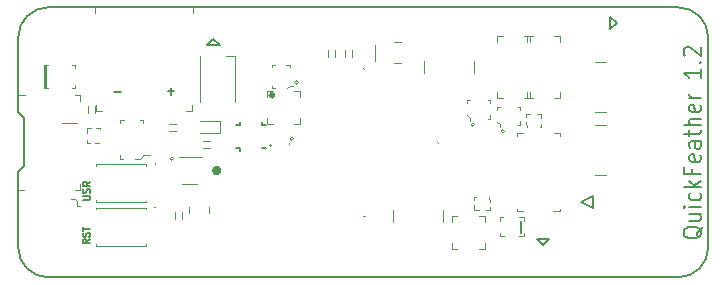
<source format=gbr>
G04 #@! TF.GenerationSoftware,KiCad,Pcbnew,5.1.5+dfsg1-2~bpo10+1*
G04 #@! TF.CreationDate,2020-05-12T19:04:25+02:00*
G04 #@! TF.ProjectId,quickfeather-board,71756963-6b66-4656-9174-6865722d626f,rev?*
G04 #@! TF.SameCoordinates,Original*
G04 #@! TF.FileFunction,Legend,Top*
G04 #@! TF.FilePolarity,Positive*
%FSLAX46Y46*%
G04 Gerber Fmt 4.6, Leading zero omitted, Abs format (unit mm)*
G04 Created by KiCad (PCBNEW 5.1.5+dfsg1-2~bpo10+1) date 2020-05-12 19:04:25*
%MOMM*%
%LPD*%
G04 APERTURE LIST*
%ADD10C,0.200000*%
%ADD11C,0.150000*%
%ADD12C,0.400000*%
%ADD13C,0.100000*%
%ADD14C,0.127000*%
%ADD15C,0.120000*%
G04 APERTURE END LIST*
D10*
X181081728Y-112153600D02*
X181010300Y-112277409D01*
X180867442Y-112401219D01*
X180653157Y-112586933D01*
X180581728Y-112710742D01*
X180581728Y-112834552D01*
X180938871Y-112772647D02*
X180867442Y-112896457D01*
X180724585Y-113020266D01*
X180438871Y-113082171D01*
X179938871Y-113082171D01*
X179653157Y-113020266D01*
X179510300Y-112896457D01*
X179438871Y-112772647D01*
X179438871Y-112525028D01*
X179510300Y-112401219D01*
X179653157Y-112277409D01*
X179938871Y-112215504D01*
X180438871Y-112215504D01*
X180724585Y-112277409D01*
X180867442Y-112401219D01*
X180938871Y-112525028D01*
X180938871Y-112772647D01*
X179938871Y-111101219D02*
X180938871Y-111101219D01*
X179938871Y-111658361D02*
X180724585Y-111658361D01*
X180867442Y-111596457D01*
X180938871Y-111472647D01*
X180938871Y-111286933D01*
X180867442Y-111163123D01*
X180796014Y-111101219D01*
X180938871Y-110482171D02*
X179938871Y-110482171D01*
X179438871Y-110482171D02*
X179510300Y-110544076D01*
X179581728Y-110482171D01*
X179510300Y-110420266D01*
X179438871Y-110482171D01*
X179581728Y-110482171D01*
X180867442Y-109305980D02*
X180938871Y-109429790D01*
X180938871Y-109677409D01*
X180867442Y-109801219D01*
X180796014Y-109863123D01*
X180653157Y-109925028D01*
X180224585Y-109925028D01*
X180081728Y-109863123D01*
X180010300Y-109801219D01*
X179938871Y-109677409D01*
X179938871Y-109429790D01*
X180010300Y-109305980D01*
X180938871Y-108748838D02*
X179438871Y-108748838D01*
X180367442Y-108625028D02*
X180938871Y-108253600D01*
X179938871Y-108253600D02*
X180510300Y-108748838D01*
X180153157Y-107263123D02*
X180153157Y-107696457D01*
X180938871Y-107696457D02*
X179438871Y-107696457D01*
X179438871Y-107077409D01*
X180867442Y-106086933D02*
X180938871Y-106210742D01*
X180938871Y-106458361D01*
X180867442Y-106582171D01*
X180724585Y-106644076D01*
X180153157Y-106644076D01*
X180010300Y-106582171D01*
X179938871Y-106458361D01*
X179938871Y-106210742D01*
X180010300Y-106086933D01*
X180153157Y-106025028D01*
X180296014Y-106025028D01*
X180438871Y-106644076D01*
X180938871Y-104910742D02*
X180153157Y-104910742D01*
X180010300Y-104972647D01*
X179938871Y-105096457D01*
X179938871Y-105344076D01*
X180010300Y-105467885D01*
X180867442Y-104910742D02*
X180938871Y-105034552D01*
X180938871Y-105344076D01*
X180867442Y-105467885D01*
X180724585Y-105529790D01*
X180581728Y-105529790D01*
X180438871Y-105467885D01*
X180367442Y-105344076D01*
X180367442Y-105034552D01*
X180296014Y-104910742D01*
X179938871Y-104477409D02*
X179938871Y-103982171D01*
X179438871Y-104291695D02*
X180724585Y-104291695D01*
X180867442Y-104229790D01*
X180938871Y-104105980D01*
X180938871Y-103982171D01*
X180938871Y-103548838D02*
X179438871Y-103548838D01*
X180938871Y-102991695D02*
X180153157Y-102991695D01*
X180010300Y-103053600D01*
X179938871Y-103177409D01*
X179938871Y-103363123D01*
X180010300Y-103486933D01*
X180081728Y-103548838D01*
X180867442Y-101877409D02*
X180938871Y-102001219D01*
X180938871Y-102248838D01*
X180867442Y-102372647D01*
X180724585Y-102434552D01*
X180153157Y-102434552D01*
X180010300Y-102372647D01*
X179938871Y-102248838D01*
X179938871Y-102001219D01*
X180010300Y-101877409D01*
X180153157Y-101815504D01*
X180296014Y-101815504D01*
X180438871Y-102434552D01*
X180938871Y-101258361D02*
X179938871Y-101258361D01*
X180224585Y-101258361D02*
X180081728Y-101196457D01*
X180010300Y-101134552D01*
X179938871Y-101010742D01*
X179938871Y-100886933D01*
X180938871Y-98782171D02*
X180938871Y-99525028D01*
X180938871Y-99153600D02*
X179438871Y-99153600D01*
X179653157Y-99277409D01*
X179796014Y-99401219D01*
X179867442Y-99525028D01*
X180796014Y-98225028D02*
X180867442Y-98163123D01*
X180938871Y-98225028D01*
X180867442Y-98286933D01*
X180796014Y-98225028D01*
X180938871Y-98225028D01*
X179581728Y-97667885D02*
X179510300Y-97605980D01*
X179438871Y-97482171D01*
X179438871Y-97172647D01*
X179510300Y-97048838D01*
X179581728Y-96986933D01*
X179724585Y-96925028D01*
X179867442Y-96925028D01*
X180081728Y-96986933D01*
X180938871Y-97729790D01*
X180938871Y-96925028D01*
D11*
X131766666Y-100750000D02*
X131233333Y-100750000D01*
X136050000Y-100966666D02*
X136050000Y-100433333D01*
X136316666Y-100700000D02*
X135783333Y-100700000D01*
X129151428Y-113218571D02*
X128865714Y-113418571D01*
X129151428Y-113561428D02*
X128551428Y-113561428D01*
X128551428Y-113332857D01*
X128580000Y-113275714D01*
X128608571Y-113247142D01*
X128665714Y-113218571D01*
X128751428Y-113218571D01*
X128808571Y-113247142D01*
X128837142Y-113275714D01*
X128865714Y-113332857D01*
X128865714Y-113561428D01*
X129122857Y-112990000D02*
X129151428Y-112904285D01*
X129151428Y-112761428D01*
X129122857Y-112704285D01*
X129094285Y-112675714D01*
X129037142Y-112647142D01*
X128980000Y-112647142D01*
X128922857Y-112675714D01*
X128894285Y-112704285D01*
X128865714Y-112761428D01*
X128837142Y-112875714D01*
X128808571Y-112932857D01*
X128780000Y-112961428D01*
X128722857Y-112990000D01*
X128665714Y-112990000D01*
X128608571Y-112961428D01*
X128580000Y-112932857D01*
X128551428Y-112875714D01*
X128551428Y-112732857D01*
X128580000Y-112647142D01*
X128551428Y-112475714D02*
X128551428Y-112132857D01*
X129151428Y-112304285D02*
X128551428Y-112304285D01*
X128571428Y-109887142D02*
X129057142Y-109887142D01*
X129114285Y-109858571D01*
X129142857Y-109830000D01*
X129171428Y-109772857D01*
X129171428Y-109658571D01*
X129142857Y-109601428D01*
X129114285Y-109572857D01*
X129057142Y-109544285D01*
X128571428Y-109544285D01*
X129142857Y-109287142D02*
X129171428Y-109201428D01*
X129171428Y-109058571D01*
X129142857Y-109001428D01*
X129114285Y-108972857D01*
X129057142Y-108944285D01*
X129000000Y-108944285D01*
X128942857Y-108972857D01*
X128914285Y-109001428D01*
X128885714Y-109058571D01*
X128857142Y-109172857D01*
X128828571Y-109230000D01*
X128800000Y-109258571D01*
X128742857Y-109287142D01*
X128685714Y-109287142D01*
X128628571Y-109258571D01*
X128600000Y-109230000D01*
X128571428Y-109172857D01*
X128571428Y-109030000D01*
X128600000Y-108944285D01*
X129171428Y-108344285D02*
X128885714Y-108544285D01*
X129171428Y-108687142D02*
X128571428Y-108687142D01*
X128571428Y-108458571D01*
X128600000Y-108401428D01*
X128628571Y-108372857D01*
X128685714Y-108344285D01*
X128771428Y-108344285D01*
X128828571Y-108372857D01*
X128857142Y-108401428D01*
X128885714Y-108458571D01*
X128885714Y-108687142D01*
X123101100Y-102463600D02*
X123609100Y-102971600D01*
X123609100Y-102971600D02*
X123609100Y-107035600D01*
X123609100Y-107035600D02*
X123101100Y-107543600D01*
X178981100Y-93573600D02*
G75*
G02X181521100Y-96113600I0J-2540000D01*
G01*
X181521100Y-113893600D02*
G75*
G02X178981100Y-116433600I-2540000J0D01*
G01*
X125641100Y-116433600D02*
X178981100Y-116433600D01*
X181521100Y-113893600D02*
X181521100Y-96113600D01*
X178981100Y-93573600D02*
X125641100Y-93573600D01*
X123101100Y-96113600D02*
G75*
G02X125641100Y-93573600I2540000J0D01*
G01*
X123101100Y-96113600D02*
X123101100Y-102463600D01*
X123101100Y-107543600D02*
X123101100Y-113893600D01*
X125641100Y-116433600D02*
G75*
G02X123101100Y-113893600I0J2540000D01*
G01*
D12*
X144680000Y-101007000D02*
G75*
G03X144680000Y-101007000I-100000J0D01*
G01*
D10*
X171732000Y-109575600D02*
X170716000Y-110083600D01*
X171732000Y-110591600D02*
X171732000Y-109575600D01*
X170716000Y-110083600D02*
X171732000Y-110591600D01*
D13*
X165360000Y-104243600D02*
X165860000Y-104243600D01*
X165360000Y-104443600D02*
X165360000Y-104243600D01*
X168960000Y-104243600D02*
X168460000Y-104243600D01*
X168960000Y-104443600D02*
X168960000Y-104243600D01*
X168960000Y-110843600D02*
X168360000Y-110843600D01*
X168960000Y-110643600D02*
X168960000Y-110843600D01*
X165360000Y-110643600D02*
X165360000Y-110843600D01*
X165360000Y-110843600D02*
X165860000Y-110843600D01*
D14*
X134712250Y-110513200D02*
G75*
G03X134712250Y-110513200I-15650J0D01*
G01*
D15*
X133930000Y-110550000D02*
X133930000Y-110670000D01*
X133930000Y-113750000D02*
X133930000Y-113650000D01*
X129730000Y-113750000D02*
X133930000Y-113750000D01*
X129730000Y-113730000D02*
X129730000Y-113610000D01*
X129730000Y-110550000D02*
X129730000Y-110670000D01*
X129730000Y-110550000D02*
X133930000Y-110550000D01*
D14*
X134712250Y-106813200D02*
G75*
G03X134712250Y-106813200I-15650J0D01*
G01*
D15*
X133930000Y-106850000D02*
X133930000Y-106970000D01*
X133930000Y-110050000D02*
X133930000Y-109950000D01*
X129730000Y-110050000D02*
X133930000Y-110050000D01*
X129730000Y-110030000D02*
X129730000Y-109910000D01*
X129730000Y-106850000D02*
X129730000Y-106970000D01*
X129730000Y-106850000D02*
X133930000Y-106850000D01*
D13*
X128095060Y-110426700D02*
X128295060Y-110426700D01*
X128095060Y-109976700D02*
X128095060Y-110426700D01*
X127895060Y-109776700D02*
X128095060Y-109976700D01*
X127595060Y-109776700D02*
X127895060Y-109776700D01*
X146407276Y-104701034D02*
G75*
G03X146407276Y-104701034I-148660J0D01*
G01*
D15*
X146066750Y-105060711D02*
X145996039Y-105131421D01*
X152360000Y-111212540D02*
X152430711Y-111283250D01*
X152289289Y-111283250D02*
X152360000Y-111212540D01*
X158582540Y-104990000D02*
X158653250Y-105060711D01*
X158653250Y-104919289D02*
X158582540Y-104990000D01*
X152360000Y-98767460D02*
X152289289Y-98696750D01*
X152430711Y-98696750D02*
X152360000Y-98767460D01*
X172911000Y-103523000D02*
X171911000Y-103523000D01*
X172911000Y-107763000D02*
X171911000Y-107763000D01*
X154870000Y-110760000D02*
X154870000Y-111760000D01*
X159110000Y-110760000D02*
X159110000Y-111760000D01*
X172911000Y-98223000D02*
X171911000Y-98223000D01*
X172911000Y-102463000D02*
X171911000Y-102463000D01*
X157480000Y-98140000D02*
X157480000Y-99140000D01*
X161720000Y-98140000D02*
X161720000Y-99140000D01*
X139230000Y-110480000D02*
X139230000Y-110980000D01*
X137530000Y-110480000D02*
X137530000Y-110980000D01*
D11*
X144536158Y-105270000D02*
G75*
G03X144536158Y-105270000I-76158J0D01*
G01*
X144050000Y-105470000D02*
X143775000Y-105470000D01*
X143750000Y-103570000D02*
X143750000Y-103270000D01*
X144050000Y-103570000D02*
X143750000Y-103570000D01*
X141850000Y-103570000D02*
X141850000Y-103270000D01*
X141550000Y-103570000D02*
X141850000Y-103570000D01*
X141850000Y-105470000D02*
X141850000Y-105770000D01*
X141550000Y-105470000D02*
X141850000Y-105470000D01*
D13*
X146830000Y-99940000D02*
G75*
G03X146830000Y-99940000I-150000J0D01*
G01*
X144605000Y-98465000D02*
X144855000Y-98465000D01*
X144605000Y-100415000D02*
X144855000Y-100415000D01*
X146105000Y-100215000D02*
X146330000Y-100215000D01*
X145880000Y-100415000D02*
X146105000Y-100215000D01*
X146155000Y-98490000D02*
X145805000Y-98490000D01*
X146155000Y-98665000D02*
X146155000Y-98490000D01*
X144605000Y-98665000D02*
X144605000Y-98465000D01*
X144605000Y-100415000D02*
X144605000Y-100215000D01*
X164290000Y-104060000D02*
G75*
G03X164290000Y-104060000I-150000J0D01*
G01*
X165615000Y-101985000D02*
X165615000Y-102235000D01*
X163665000Y-101985000D02*
X163665000Y-102235000D01*
X163865000Y-103485000D02*
X163865000Y-103710000D01*
X163665000Y-103260000D02*
X163865000Y-103485000D01*
X165590000Y-103535000D02*
X165590000Y-103185000D01*
X165415000Y-103535000D02*
X165590000Y-103535000D01*
X165415000Y-101985000D02*
X165615000Y-101985000D01*
X163665000Y-101985000D02*
X163865000Y-101985000D01*
X161740000Y-103530000D02*
G75*
G03X161740000Y-103530000I-150000J0D01*
G01*
X163065000Y-101455000D02*
X163065000Y-101705000D01*
X161115000Y-101455000D02*
X161115000Y-101705000D01*
X161315000Y-102955000D02*
X161315000Y-103180000D01*
X161115000Y-102730000D02*
X161315000Y-102955000D01*
X163040000Y-103005000D02*
X163040000Y-102655000D01*
X162865000Y-103005000D02*
X163040000Y-103005000D01*
X162865000Y-101455000D02*
X163065000Y-101455000D01*
X161115000Y-101455000D02*
X161315000Y-101455000D01*
X166411100Y-101283600D02*
X166411100Y-100783600D01*
X166411100Y-101283600D02*
X165911100Y-101283600D01*
X166411100Y-95983600D02*
X166411100Y-96483600D01*
X166411100Y-95983600D02*
X165911100Y-95983600D01*
X163611100Y-95983600D02*
X163611100Y-96483600D01*
X163611100Y-95983600D02*
X164111100Y-95983600D01*
X163611100Y-101283600D02*
X163611100Y-100783600D01*
X163611100Y-101283600D02*
X164111100Y-101283600D01*
X166151000Y-101283000D02*
X166651000Y-101283000D01*
X166151000Y-101283000D02*
X166151000Y-100783000D01*
X166151000Y-95983000D02*
X166651000Y-95983000D01*
X166151000Y-95983000D02*
X166151000Y-96483000D01*
X168951000Y-95983000D02*
X168451000Y-95983000D01*
X168951000Y-95983000D02*
X168951000Y-96483000D01*
X168951000Y-101283000D02*
X168451000Y-101283000D01*
X168951000Y-101283000D02*
X168951000Y-100783000D01*
D15*
X140700000Y-97680000D02*
X141500000Y-97680000D01*
X141500000Y-97680000D02*
X141500000Y-101580000D01*
X138500000Y-97680000D02*
X138500000Y-101580000D01*
D11*
X167526000Y-113728000D02*
X168051000Y-113203000D01*
X167001000Y-113203000D02*
X167526000Y-113728000D01*
X168051000Y-113203000D02*
X167001000Y-113203000D01*
D13*
X136260000Y-106400000D02*
G75*
G03X136260000Y-106400000I-150000J0D01*
G01*
D15*
X136735000Y-106250000D02*
X138635000Y-106250000D01*
X136960000Y-108550000D02*
X138260000Y-108550000D01*
D12*
X140100000Y-107400000D02*
G75*
G03X140100000Y-107400000I-200000J0D01*
G01*
D13*
X129619100Y-93550000D02*
X129619100Y-94050000D01*
X129619100Y-93550000D02*
X130119100Y-93550000D01*
X137919100Y-93550000D02*
X137419100Y-93550000D01*
X137919100Y-93550000D02*
X137919100Y-94050000D01*
X137819100Y-102350000D02*
X137319100Y-102350000D01*
X137819100Y-102350000D02*
X137819100Y-101850000D01*
X129719100Y-102350000D02*
X130219100Y-102350000D01*
X129719100Y-102350000D02*
X129719100Y-101850000D01*
X128370000Y-101003600D02*
X127870000Y-101003600D01*
X128370000Y-101003600D02*
X128370000Y-101503600D01*
X123120000Y-101003600D02*
X123670000Y-101003600D01*
X123120000Y-101003600D02*
X123120000Y-101503600D01*
X128120000Y-103403600D02*
X126820000Y-103403600D01*
X128370000Y-109003600D02*
X127870000Y-109003600D01*
X128370000Y-109003600D02*
X128370000Y-108503600D01*
X123120000Y-109003600D02*
X123620000Y-109003600D01*
X123120000Y-109003600D02*
X123120000Y-108503600D01*
X125475000Y-98475000D02*
X125475000Y-100425000D01*
X125375000Y-98475000D02*
X125375000Y-100425000D01*
X127925000Y-98475000D02*
X127925000Y-98700000D01*
X127625000Y-98475000D02*
X127925000Y-98475000D01*
X127925000Y-100425000D02*
X127675000Y-100425000D01*
X127925000Y-100175000D02*
X127925000Y-100425000D01*
X125275000Y-98475000D02*
X125275000Y-100425000D01*
X125625000Y-98475000D02*
X125275000Y-98475000D01*
X125625000Y-100425000D02*
X125275000Y-100425000D01*
D15*
X140230000Y-103230000D02*
X138530000Y-103230000D01*
X140230000Y-104030000D02*
X140230000Y-103230000D01*
X140230000Y-104230000D02*
X140230000Y-104030000D01*
X140130000Y-104230000D02*
X140230000Y-104230000D01*
X140030000Y-104230000D02*
X140130000Y-104230000D01*
X140030000Y-104230000D02*
X138530000Y-104230000D01*
X128990000Y-102530000D02*
X128990000Y-101930000D01*
X129590000Y-102530000D02*
X129590000Y-101930000D01*
X139350000Y-105500000D02*
X138750000Y-105500000D01*
X139350000Y-104900000D02*
X138750000Y-104900000D01*
X135890000Y-103420000D02*
X136490000Y-103420000D01*
X135890000Y-104020000D02*
X136490000Y-104020000D01*
X136380000Y-111480000D02*
X136380000Y-110880000D01*
X136980000Y-111480000D02*
X136980000Y-110880000D01*
D13*
X155230000Y-96530000D02*
X155530000Y-96530000D01*
X155230000Y-96530000D02*
X154930000Y-96530000D01*
X155230000Y-98330000D02*
X155530000Y-98330000D01*
X155230000Y-98330000D02*
X154930000Y-98330000D01*
X153330000Y-96730000D02*
X153330000Y-98130000D01*
D15*
X149350000Y-97750000D02*
X149350000Y-97150000D01*
X149950000Y-97750000D02*
X149950000Y-97150000D01*
X150740000Y-97750000D02*
X150740000Y-97150000D01*
X151340000Y-97750000D02*
X151340000Y-97150000D01*
D13*
X131700000Y-106055000D02*
X131700000Y-106380000D01*
X131700000Y-106380000D02*
X132000000Y-106380000D01*
X133700000Y-103405000D02*
X133700000Y-103080000D01*
X133700000Y-103080000D02*
X133400000Y-103080000D01*
X131700000Y-103380000D02*
X131700000Y-103080000D01*
X131700000Y-103080000D02*
X132025000Y-103080000D01*
X133375000Y-106380000D02*
X133700000Y-106155000D01*
X133700000Y-106155000D02*
X133700000Y-106055000D01*
X133700000Y-106055000D02*
X134225000Y-106055000D01*
X133375000Y-106380000D02*
X133000000Y-106380000D01*
D11*
X173235000Y-94357000D02*
X173235000Y-95407000D01*
X173235000Y-95407000D02*
X173760000Y-94882000D01*
X173760000Y-94882000D02*
X173235000Y-94357000D01*
D13*
X146948100Y-100670000D02*
X146448100Y-100670000D01*
X146948100Y-100670000D02*
X146948100Y-101170000D01*
X144150000Y-100670000D02*
X144650000Y-100670000D01*
X144150000Y-100670000D02*
X144150000Y-101170000D01*
X144150000Y-103470000D02*
X144650000Y-103470000D01*
X144150000Y-103470000D02*
X144150000Y-102970000D01*
X146948100Y-103470000D02*
X146448100Y-103470000D01*
X146948100Y-103470000D02*
X146948100Y-102970000D01*
X162594100Y-111224000D02*
X162094100Y-111224000D01*
X162594100Y-111224000D02*
X162594100Y-111724000D01*
X159796000Y-111224000D02*
X160296000Y-111224000D01*
X159796000Y-111224000D02*
X159796000Y-111724000D01*
X159796000Y-114024000D02*
X160296000Y-114024000D01*
X159796000Y-114024000D02*
X159796000Y-113524000D01*
X162594100Y-114024000D02*
X162094100Y-114024000D01*
X162594100Y-114024000D02*
X162594100Y-113524000D01*
D11*
X139636000Y-96278000D02*
X139111000Y-96803000D01*
X139111000Y-96803000D02*
X140161000Y-96803000D01*
X140161000Y-96803000D02*
X139636000Y-96278000D01*
D13*
X161730000Y-110720000D02*
X161730000Y-110345000D01*
X162130000Y-110720000D02*
X161730000Y-110720000D01*
X161730000Y-109620000D02*
X161830000Y-109620000D01*
X161730000Y-109895000D02*
X161730000Y-109620000D01*
X163030000Y-110720000D02*
X163030000Y-110445000D01*
X162705000Y-110720000D02*
X163030000Y-110720000D01*
X162955000Y-109795000D02*
X162955000Y-109645000D01*
X163030000Y-109895000D02*
X162955000Y-109795000D01*
X163030000Y-109895000D02*
X163030000Y-110020000D01*
X167400000Y-102590000D02*
X167400000Y-102965000D01*
X167000000Y-102590000D02*
X167400000Y-102590000D01*
X167400000Y-103690000D02*
X167300000Y-103690000D01*
X167400000Y-103415000D02*
X167400000Y-103690000D01*
X166100000Y-102590000D02*
X166100000Y-102865000D01*
X166425000Y-102590000D02*
X166100000Y-102590000D01*
X166175000Y-103515000D02*
X166175000Y-103665000D01*
X166100000Y-103415000D02*
X166175000Y-103515000D01*
X166100000Y-103415000D02*
X166100000Y-103290000D01*
X128900000Y-103800000D02*
X129275000Y-103800000D01*
X128900000Y-104200000D02*
X128900000Y-103800000D01*
X130000000Y-103800000D02*
X130000000Y-103900000D01*
X129725000Y-103800000D02*
X130000000Y-103800000D01*
X128900000Y-105100000D02*
X129175000Y-105100000D01*
X128900000Y-104775000D02*
X128900000Y-105100000D01*
X129825000Y-105025000D02*
X129975000Y-105025000D01*
X129725000Y-105100000D02*
X129825000Y-105025000D01*
X129725000Y-105100000D02*
X129600000Y-105100000D01*
X165920300Y-112976700D02*
X165920300Y-112676700D01*
X165545300Y-112976700D02*
X165920300Y-112976700D01*
X163870300Y-112976700D02*
X163870300Y-112701700D01*
X164195300Y-112976700D02*
X163870300Y-112976700D01*
X163870300Y-111326700D02*
X164170300Y-111326700D01*
X163870300Y-111651700D02*
X163870300Y-111326700D01*
X165545300Y-111336700D02*
X165920300Y-111336700D01*
X165920300Y-111636700D02*
X165920300Y-111336700D01*
X165595300Y-112651700D02*
X165695300Y-112651700D01*
X165595300Y-111651700D02*
X165595300Y-112651700D01*
X165695300Y-111651700D02*
X165595300Y-111651700D01*
X165695300Y-112651700D02*
X165695300Y-111651700D01*
M02*

</source>
